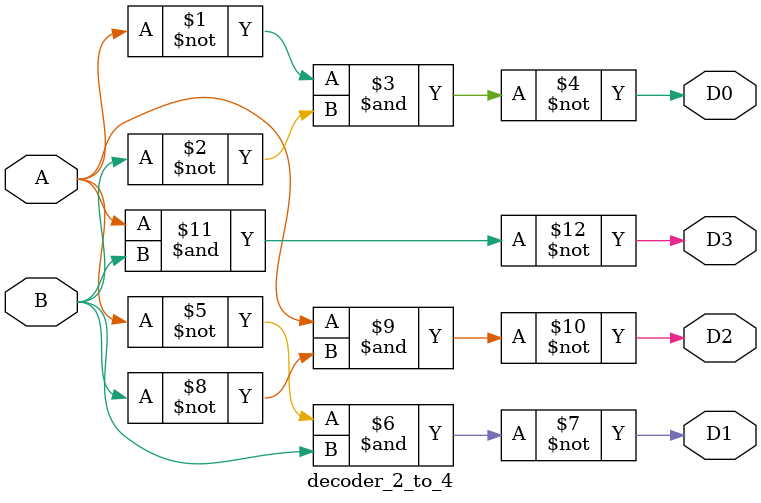
<source format=v>
`timescale 1ns / 1ps

module decoder_2_to_4(input A, B, output D0, D1, D2, D3);    
    assign D0 =  ~(~A&~B);
    assign D1 = ~(~A&B);
    assign D2 = ~(A&~B);
    assign D3 = ~(A&B);
endmodule

</source>
